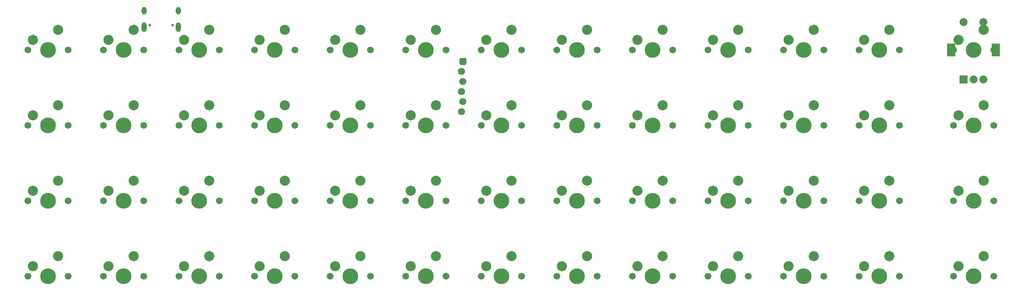
<source format=gts>
G04 #@! TF.GenerationSoftware,KiCad,Pcbnew,(5.1.10-1-10_14)*
G04 #@! TF.CreationDate,2021-09-26T11:40:08-05:00*
G04 #@! TF.ProjectId,ori,6f72692e-6b69-4636-9164-5f7063625858,rev?*
G04 #@! TF.SameCoordinates,Original*
G04 #@! TF.FileFunction,Soldermask,Top*
G04 #@! TF.FilePolarity,Negative*
%FSLAX46Y46*%
G04 Gerber Fmt 4.6, Leading zero omitted, Abs format (unit mm)*
G04 Created by KiCad (PCBNEW (5.1.10-1-10_14)) date 2021-09-26 11:40:08*
%MOMM*%
%LPD*%
G01*
G04 APERTURE LIST*
%ADD10C,2.540000*%
%ADD11C,1.701800*%
%ADD12C,3.987800*%
%ADD13R,2.000000X2.000000*%
%ADD14C,2.000000*%
%ADD15R,2.000000X3.200000*%
%ADD16C,1.803400*%
%ADD17O,1.300000X1.900000*%
%ADD18C,0.650000*%
%ADD19O,1.300000X2.400000*%
G04 APERTURE END LIST*
D10*
X316468185Y-69691370D03*
X322818185Y-67151370D03*
D11*
X325358185Y-72231370D03*
X315198185Y-72231370D03*
D12*
X320278185Y-72231370D03*
D10*
X121205625Y-50641250D03*
X127555625Y-48101250D03*
D11*
X130095625Y-53181250D03*
X119935625Y-53181250D03*
D12*
X125015625Y-53181250D03*
D10*
X316468185Y-107791530D03*
X322818185Y-105251530D03*
D11*
X325358185Y-110331530D03*
X315198185Y-110331530D03*
D12*
X320278185Y-110331530D03*
D13*
X317752725Y-60693950D03*
D14*
X320252725Y-60693950D03*
X322752725Y-60693950D03*
D15*
X314652725Y-53193950D03*
X325852725Y-53193950D03*
D14*
X317752725Y-46193950D03*
X322752725Y-46193950D03*
G36*
G01*
X192448100Y-55649150D02*
X192448100Y-56550850D01*
G75*
G02*
X191997250Y-57001700I-450850J0D01*
G01*
X191095550Y-57001700D01*
G75*
G02*
X190644700Y-56550850I0J450850D01*
G01*
X190644700Y-55649150D01*
G75*
G02*
X191095550Y-55198300I450850J0D01*
G01*
X191997250Y-55198300D01*
G75*
G02*
X192448100Y-55649150I0J-450850D01*
G01*
G37*
D16*
X191140000Y-58640000D03*
X191546400Y-61180000D03*
X191140000Y-63720000D03*
X191546400Y-66260000D03*
X191140000Y-68800000D03*
D17*
X111189825Y-43258627D03*
D18*
X112599825Y-46907627D03*
X118379825Y-46907627D03*
D17*
X119789825Y-43258627D03*
D19*
X119789825Y-47458627D03*
X111189825Y-47458627D03*
D12*
X320278125Y-53181250D03*
D11*
X315198125Y-53181250D03*
X325358125Y-53181250D03*
D10*
X322818125Y-48101250D03*
X316468125Y-50641250D03*
X316468185Y-88741450D03*
X322818185Y-86201450D03*
D11*
X325358185Y-91281450D03*
X315198185Y-91281450D03*
D12*
X320278185Y-91281450D03*
D10*
X83105625Y-50641250D03*
X89455625Y-48101250D03*
D11*
X91995625Y-53181250D03*
X81835625Y-53181250D03*
D12*
X86915625Y-53181250D03*
D10*
X102155625Y-50641250D03*
X108505625Y-48101250D03*
D11*
X111045625Y-53181250D03*
X100885625Y-53181250D03*
D12*
X105965625Y-53181250D03*
X144065625Y-53181250D03*
D11*
X138985625Y-53181250D03*
X149145625Y-53181250D03*
D10*
X146605625Y-48101250D03*
X140255625Y-50641250D03*
X159305625Y-50641250D03*
X165655625Y-48101250D03*
D11*
X168195625Y-53181250D03*
X158035625Y-53181250D03*
D12*
X163115625Y-53181250D03*
D10*
X178355625Y-50641250D03*
X184705625Y-48101250D03*
D11*
X187245625Y-53181250D03*
X177085625Y-53181250D03*
D12*
X182165625Y-53181250D03*
D10*
X197405625Y-50641250D03*
X203755625Y-48101250D03*
D11*
X206295625Y-53181250D03*
X196135625Y-53181250D03*
D12*
X201215625Y-53181250D03*
D10*
X216455625Y-50641250D03*
X222805625Y-48101250D03*
D11*
X225345625Y-53181250D03*
X215185625Y-53181250D03*
D12*
X220265625Y-53181250D03*
D10*
X235505625Y-50641250D03*
X241855625Y-48101250D03*
D11*
X244395625Y-53181250D03*
X234235625Y-53181250D03*
D12*
X239315625Y-53181250D03*
D10*
X254555625Y-50641250D03*
X260905625Y-48101250D03*
D11*
X263445625Y-53181250D03*
X253285625Y-53181250D03*
D12*
X258365625Y-53181250D03*
D10*
X273605625Y-50641250D03*
X279955625Y-48101250D03*
D11*
X282495625Y-53181250D03*
X272335625Y-53181250D03*
D12*
X277415625Y-53181250D03*
D10*
X292655625Y-50641250D03*
X299005625Y-48101250D03*
D11*
X301545625Y-53181250D03*
X291385625Y-53181250D03*
D12*
X296465625Y-53181250D03*
D10*
X83105625Y-69691250D03*
X89455625Y-67151250D03*
D11*
X91995625Y-72231250D03*
X81835625Y-72231250D03*
D12*
X86915625Y-72231250D03*
D10*
X102155625Y-69691250D03*
X108505625Y-67151250D03*
D11*
X111045625Y-72231250D03*
X100885625Y-72231250D03*
D12*
X105965625Y-72231250D03*
D10*
X121205625Y-69691250D03*
X127555625Y-67151250D03*
D11*
X130095625Y-72231250D03*
X119935625Y-72231250D03*
D12*
X125015625Y-72231250D03*
D10*
X140260799Y-69691250D03*
X146610799Y-67151250D03*
D11*
X149150799Y-72231250D03*
X138990799Y-72231250D03*
D12*
X144070799Y-72231250D03*
D10*
X159305625Y-69691250D03*
X165655625Y-67151250D03*
D11*
X168195625Y-72231250D03*
X158035625Y-72231250D03*
D12*
X163115625Y-72231250D03*
D10*
X178355625Y-69691250D03*
X184705625Y-67151250D03*
D11*
X187245625Y-72231250D03*
X177085625Y-72231250D03*
D12*
X182165625Y-72231250D03*
D10*
X197405625Y-69691250D03*
X203755625Y-67151250D03*
D11*
X206295625Y-72231250D03*
X196135625Y-72231250D03*
D12*
X201215625Y-72231250D03*
D10*
X216455625Y-69691250D03*
X222805625Y-67151250D03*
D11*
X225345625Y-72231250D03*
X215185625Y-72231250D03*
D12*
X220265625Y-72231250D03*
D10*
X235505625Y-69691250D03*
X241855625Y-67151250D03*
D11*
X244395625Y-72231250D03*
X234235625Y-72231250D03*
D12*
X239315625Y-72231250D03*
D10*
X254555625Y-69691250D03*
X260905625Y-67151250D03*
D11*
X263445625Y-72231250D03*
X253285625Y-72231250D03*
D12*
X258365625Y-72231250D03*
D10*
X273605625Y-69691250D03*
X279955625Y-67151250D03*
D11*
X282495625Y-72231250D03*
X272335625Y-72231250D03*
D12*
X277415625Y-72231250D03*
D10*
X292655625Y-69691250D03*
X299005625Y-67151250D03*
D11*
X301545625Y-72231250D03*
X291385625Y-72231250D03*
D12*
X296465625Y-72231250D03*
D10*
X83105625Y-88741250D03*
X89455625Y-86201250D03*
D11*
X91995625Y-91281250D03*
X81835625Y-91281250D03*
D12*
X86915625Y-91281250D03*
D10*
X102155625Y-88741250D03*
X108505625Y-86201250D03*
D11*
X111045625Y-91281250D03*
X100885625Y-91281250D03*
D12*
X105965625Y-91281250D03*
D10*
X121205625Y-88741250D03*
X127555625Y-86201250D03*
D11*
X130095625Y-91281250D03*
X119935625Y-91281250D03*
D12*
X125015625Y-91281250D03*
D10*
X140255625Y-88741250D03*
X146605625Y-86201250D03*
D11*
X149145625Y-91281250D03*
X138985625Y-91281250D03*
D12*
X144065625Y-91281250D03*
D10*
X159305625Y-88741250D03*
X165655625Y-86201250D03*
D11*
X168195625Y-91281250D03*
X158035625Y-91281250D03*
D12*
X163115625Y-91281250D03*
D10*
X178355625Y-88741250D03*
X184705625Y-86201250D03*
D11*
X187245625Y-91281250D03*
X177085625Y-91281250D03*
D12*
X182165625Y-91281250D03*
D10*
X216455625Y-88741250D03*
X222805625Y-86201250D03*
D11*
X225345625Y-91281250D03*
X215185625Y-91281250D03*
D12*
X220265625Y-91281250D03*
D10*
X235505625Y-88741250D03*
X241855625Y-86201250D03*
D11*
X244395625Y-91281250D03*
X234235625Y-91281250D03*
D12*
X239315625Y-91281250D03*
D10*
X254555625Y-88741250D03*
X260905625Y-86201250D03*
D11*
X263445625Y-91281250D03*
X253285625Y-91281250D03*
D12*
X258365625Y-91281250D03*
D10*
X273605625Y-88741250D03*
X279955625Y-86201250D03*
D11*
X282495625Y-91281250D03*
X272335625Y-91281250D03*
D12*
X277415625Y-91281250D03*
D10*
X83105625Y-107791250D03*
X89455625Y-105251250D03*
D11*
X91995625Y-110331250D03*
X81835625Y-110331250D03*
D12*
X86915625Y-110331250D03*
D10*
X102155625Y-107791250D03*
X108505625Y-105251250D03*
D11*
X111045625Y-110331250D03*
X100885625Y-110331250D03*
D12*
X105965625Y-110331250D03*
D10*
X121205625Y-107791250D03*
X127555625Y-105251250D03*
D11*
X130095625Y-110331250D03*
X119935625Y-110331250D03*
D12*
X125015625Y-110331250D03*
D10*
X140255625Y-107791250D03*
X146605625Y-105251250D03*
D11*
X149145625Y-110331250D03*
X138985625Y-110331250D03*
D12*
X144065625Y-110331250D03*
D10*
X159305625Y-107791250D03*
X165655625Y-105251250D03*
D11*
X168195625Y-110331250D03*
X158035625Y-110331250D03*
D12*
X163115625Y-110331250D03*
D10*
X178355625Y-107791250D03*
X184705625Y-105251250D03*
D11*
X187245625Y-110331250D03*
X177085625Y-110331250D03*
D12*
X182165625Y-110331250D03*
D10*
X216455625Y-107791250D03*
X222805625Y-105251250D03*
D11*
X225345625Y-110331250D03*
X215185625Y-110331250D03*
D12*
X220265625Y-110331250D03*
D10*
X235505625Y-107791250D03*
X241855625Y-105251250D03*
D11*
X244395625Y-110331250D03*
X234235625Y-110331250D03*
D12*
X239315625Y-110331250D03*
D10*
X254555625Y-107791250D03*
X260905625Y-105251250D03*
D11*
X263445625Y-110331250D03*
X253285625Y-110331250D03*
D12*
X258365625Y-110331250D03*
D10*
X273605625Y-107791250D03*
X279955625Y-105251250D03*
D11*
X282495625Y-110331250D03*
X272335625Y-110331250D03*
D12*
X277415625Y-110331250D03*
D10*
X197405625Y-88741250D03*
X203755625Y-86201250D03*
D11*
X206295625Y-91281250D03*
X196135625Y-91281250D03*
D12*
X201215625Y-91281250D03*
D10*
X197405625Y-107791250D03*
X203755625Y-105251250D03*
D11*
X206295625Y-110331250D03*
X196135625Y-110331250D03*
D12*
X201215625Y-110331250D03*
D10*
X292655625Y-88741250D03*
X299005625Y-86201250D03*
D11*
X301545625Y-91281250D03*
X291385625Y-91281250D03*
D12*
X296465625Y-91281250D03*
D10*
X292655625Y-107791250D03*
X299005625Y-105251250D03*
D11*
X301545625Y-110331250D03*
X291385625Y-110331250D03*
D12*
X296465625Y-110331250D03*
M02*

</source>
